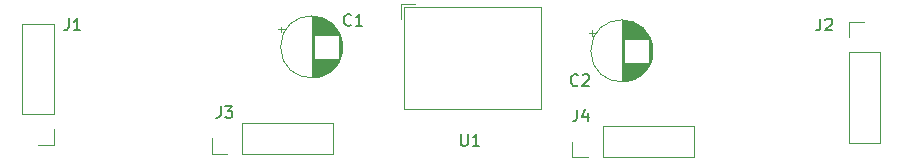
<source format=gbr>
%TF.GenerationSoftware,KiCad,Pcbnew,6.0.2+dfsg-1*%
%TF.CreationDate,2022-06-15T15:21:32+02:00*%
%TF.ProjectId,single_din_bottom,73696e67-6c65-45f6-9469-6e5f626f7474,rev?*%
%TF.SameCoordinates,Original*%
%TF.FileFunction,Legend,Top*%
%TF.FilePolarity,Positive*%
%FSLAX46Y46*%
G04 Gerber Fmt 4.6, Leading zero omitted, Abs format (unit mm)*
G04 Created by KiCad (PCBNEW 6.0.2+dfsg-1) date 2022-06-15 15:21:32*
%MOMM*%
%LPD*%
G01*
G04 APERTURE LIST*
%ADD10C,0.150000*%
%ADD11C,0.120000*%
G04 APERTURE END LIST*
D10*
%TO.C,J2*%
X104060666Y-167473380D02*
X104060666Y-168187666D01*
X104013047Y-168330523D01*
X103917809Y-168425761D01*
X103774952Y-168473380D01*
X103679714Y-168473380D01*
X104489238Y-167568619D02*
X104536857Y-167521000D01*
X104632095Y-167473380D01*
X104870190Y-167473380D01*
X104965428Y-167521000D01*
X105013047Y-167568619D01*
X105060666Y-167663857D01*
X105060666Y-167759095D01*
X105013047Y-167901952D01*
X104441619Y-168473380D01*
X105060666Y-168473380D01*
%TO.C,J1*%
X40416666Y-167452380D02*
X40416666Y-168166666D01*
X40369047Y-168309523D01*
X40273809Y-168404761D01*
X40130952Y-168452380D01*
X40035714Y-168452380D01*
X41416666Y-168452380D02*
X40845238Y-168452380D01*
X41130952Y-168452380D02*
X41130952Y-167452380D01*
X41035714Y-167595238D01*
X40940476Y-167690476D01*
X40845238Y-167738095D01*
%TO.C,J4*%
X83468166Y-175175980D02*
X83468166Y-175890266D01*
X83420547Y-176033123D01*
X83325309Y-176128361D01*
X83182452Y-176175980D01*
X83087214Y-176175980D01*
X84372928Y-175509314D02*
X84372928Y-176175980D01*
X84134833Y-175128361D02*
X83896738Y-175842647D01*
X84515785Y-175842647D01*
%TO.C,U1*%
X73634695Y-177252380D02*
X73634695Y-178061904D01*
X73682314Y-178157142D01*
X73729933Y-178204761D01*
X73825171Y-178252380D01*
X74015647Y-178252380D01*
X74110885Y-178204761D01*
X74158504Y-178157142D01*
X74206123Y-178061904D01*
X74206123Y-177252380D01*
X75206123Y-178252380D02*
X74634695Y-178252380D01*
X74920409Y-178252380D02*
X74920409Y-177252380D01*
X74825171Y-177395238D01*
X74729933Y-177490476D01*
X74634695Y-177538095D01*
%TO.C,J3*%
X53285366Y-174896580D02*
X53285366Y-175610866D01*
X53237747Y-175753723D01*
X53142509Y-175848961D01*
X52999652Y-175896580D01*
X52904414Y-175896580D01*
X53666319Y-174896580D02*
X54285366Y-174896580D01*
X53952033Y-175277533D01*
X54094890Y-175277533D01*
X54190128Y-175325152D01*
X54237747Y-175372771D01*
X54285366Y-175468009D01*
X54285366Y-175706104D01*
X54237747Y-175801342D01*
X54190128Y-175848961D01*
X54094890Y-175896580D01*
X53809176Y-175896580D01*
X53713938Y-175848961D01*
X53666319Y-175801342D01*
%TO.C,C2*%
X83551733Y-173102542D02*
X83504114Y-173150161D01*
X83361257Y-173197780D01*
X83266019Y-173197780D01*
X83123161Y-173150161D01*
X83027923Y-173054923D01*
X82980304Y-172959685D01*
X82932685Y-172769209D01*
X82932685Y-172626352D01*
X82980304Y-172435876D01*
X83027923Y-172340638D01*
X83123161Y-172245400D01*
X83266019Y-172197780D01*
X83361257Y-172197780D01*
X83504114Y-172245400D01*
X83551733Y-172293019D01*
X83932685Y-172293019D02*
X83980304Y-172245400D01*
X84075542Y-172197780D01*
X84313638Y-172197780D01*
X84408876Y-172245400D01*
X84456495Y-172293019D01*
X84504114Y-172388257D01*
X84504114Y-172483495D01*
X84456495Y-172626352D01*
X83885066Y-173197780D01*
X84504114Y-173197780D01*
%TO.C,C1*%
X64349333Y-167997142D02*
X64301714Y-168044761D01*
X64158857Y-168092380D01*
X64063619Y-168092380D01*
X63920761Y-168044761D01*
X63825523Y-167949523D01*
X63777904Y-167854285D01*
X63730285Y-167663809D01*
X63730285Y-167520952D01*
X63777904Y-167330476D01*
X63825523Y-167235238D01*
X63920761Y-167140000D01*
X64063619Y-167092380D01*
X64158857Y-167092380D01*
X64301714Y-167140000D01*
X64349333Y-167187619D01*
X65301714Y-168092380D02*
X64730285Y-168092380D01*
X65016000Y-168092380D02*
X65016000Y-167092380D01*
X64920761Y-167235238D01*
X64825523Y-167330476D01*
X64730285Y-167378095D01*
D11*
%TO.C,J2*%
X106467600Y-167732400D02*
X107797600Y-167732400D01*
X106467600Y-169062400D02*
X106467600Y-167732400D01*
X106467600Y-170332400D02*
X109127600Y-170332400D01*
X109127600Y-170332400D02*
X109127600Y-178012400D01*
X106467600Y-170332400D02*
X106467600Y-178012400D01*
X106467600Y-178012400D02*
X109127600Y-178012400D01*
%TO.C,J1*%
X39150600Y-178190200D02*
X37820600Y-178190200D01*
X39150600Y-176860200D02*
X39150600Y-178190200D01*
X39150600Y-175590200D02*
X36490600Y-175590200D01*
X36490600Y-175590200D02*
X36490600Y-167910200D01*
X39150600Y-175590200D02*
X39150600Y-167910200D01*
X39150600Y-167910200D02*
X36490600Y-167910200D01*
%TO.C,J4*%
X83061500Y-179231600D02*
X83061500Y-177901600D01*
X84391500Y-179231600D02*
X83061500Y-179231600D01*
X85661500Y-179231600D02*
X85661500Y-176571600D01*
X85661500Y-176571600D02*
X93341500Y-176571600D01*
X85661500Y-179231600D02*
X93341500Y-179231600D01*
X93341500Y-179231600D02*
X93341500Y-176571600D01*
%TO.C,U1*%
X68549800Y-166254400D02*
X69789800Y-166254400D01*
X68549800Y-167494400D02*
X68549800Y-166254400D01*
X80409800Y-166494400D02*
X80409800Y-175114400D01*
X68789800Y-166494400D02*
X68789800Y-175114400D01*
X68789800Y-175114400D02*
X80409800Y-175114400D01*
X68789800Y-166494400D02*
X80409800Y-166494400D01*
%TO.C,J3*%
X52530700Y-178952200D02*
X52530700Y-177622200D01*
X53860700Y-178952200D02*
X52530700Y-178952200D01*
X55130700Y-178952200D02*
X55130700Y-176292200D01*
X55130700Y-176292200D02*
X62810700Y-176292200D01*
X55130700Y-178952200D02*
X62810700Y-178952200D01*
X62810700Y-178952200D02*
X62810700Y-176292200D01*
%TO.C,C2*%
X84699625Y-168480400D02*
X84699625Y-168980400D01*
X84449625Y-168730400D02*
X84949625Y-168730400D01*
X89855400Y-169921400D02*
X89855400Y-170489400D01*
X89815400Y-169687400D02*
X89815400Y-170723400D01*
X89775400Y-169528400D02*
X89775400Y-170882400D01*
X89735400Y-169400400D02*
X89735400Y-171010400D01*
X89695400Y-169290400D02*
X89695400Y-171120400D01*
X89655400Y-169194400D02*
X89655400Y-171216400D01*
X89615400Y-169107400D02*
X89615400Y-171303400D01*
X89575400Y-169027400D02*
X89575400Y-171383400D01*
X89535400Y-171245400D02*
X89535400Y-171456400D01*
X89535400Y-168954400D02*
X89535400Y-169165400D01*
X89495400Y-171245400D02*
X89495400Y-171524400D01*
X89495400Y-168886400D02*
X89495400Y-169165400D01*
X89455400Y-171245400D02*
X89455400Y-171588400D01*
X89455400Y-168822400D02*
X89455400Y-169165400D01*
X89415400Y-171245400D02*
X89415400Y-171648400D01*
X89415400Y-168762400D02*
X89415400Y-169165400D01*
X89375400Y-171245400D02*
X89375400Y-171705400D01*
X89375400Y-168705400D02*
X89375400Y-169165400D01*
X89335400Y-171245400D02*
X89335400Y-171759400D01*
X89335400Y-168651400D02*
X89335400Y-169165400D01*
X89295400Y-171245400D02*
X89295400Y-171810400D01*
X89295400Y-168600400D02*
X89295400Y-169165400D01*
X89255400Y-171245400D02*
X89255400Y-171858400D01*
X89255400Y-168552400D02*
X89255400Y-169165400D01*
X89215400Y-171245400D02*
X89215400Y-171904400D01*
X89215400Y-168506400D02*
X89215400Y-169165400D01*
X89175400Y-171245400D02*
X89175400Y-171948400D01*
X89175400Y-168462400D02*
X89175400Y-169165400D01*
X89135400Y-171245400D02*
X89135400Y-171990400D01*
X89135400Y-168420400D02*
X89135400Y-169165400D01*
X89095400Y-171245400D02*
X89095400Y-172031400D01*
X89095400Y-168379400D02*
X89095400Y-169165400D01*
X89055400Y-171245400D02*
X89055400Y-172069400D01*
X89055400Y-168341400D02*
X89055400Y-169165400D01*
X89015400Y-171245400D02*
X89015400Y-172106400D01*
X89015400Y-168304400D02*
X89015400Y-169165400D01*
X88975400Y-171245400D02*
X88975400Y-172142400D01*
X88975400Y-168268400D02*
X88975400Y-169165400D01*
X88935400Y-171245400D02*
X88935400Y-172176400D01*
X88935400Y-168234400D02*
X88935400Y-169165400D01*
X88895400Y-171245400D02*
X88895400Y-172209400D01*
X88895400Y-168201400D02*
X88895400Y-169165400D01*
X88855400Y-171245400D02*
X88855400Y-172240400D01*
X88855400Y-168170400D02*
X88855400Y-169165400D01*
X88815400Y-171245400D02*
X88815400Y-172270400D01*
X88815400Y-168140400D02*
X88815400Y-169165400D01*
X88775400Y-171245400D02*
X88775400Y-172300400D01*
X88775400Y-168110400D02*
X88775400Y-169165400D01*
X88735400Y-171245400D02*
X88735400Y-172327400D01*
X88735400Y-168083400D02*
X88735400Y-169165400D01*
X88695400Y-171245400D02*
X88695400Y-172354400D01*
X88695400Y-168056400D02*
X88695400Y-169165400D01*
X88655400Y-171245400D02*
X88655400Y-172380400D01*
X88655400Y-168030400D02*
X88655400Y-169165400D01*
X88615400Y-171245400D02*
X88615400Y-172405400D01*
X88615400Y-168005400D02*
X88615400Y-169165400D01*
X88575400Y-171245400D02*
X88575400Y-172429400D01*
X88575400Y-167981400D02*
X88575400Y-169165400D01*
X88535400Y-171245400D02*
X88535400Y-172452400D01*
X88535400Y-167958400D02*
X88535400Y-169165400D01*
X88495400Y-171245400D02*
X88495400Y-172473400D01*
X88495400Y-167937400D02*
X88495400Y-169165400D01*
X88455400Y-171245400D02*
X88455400Y-172495400D01*
X88455400Y-167915400D02*
X88455400Y-169165400D01*
X88415400Y-171245400D02*
X88415400Y-172515400D01*
X88415400Y-167895400D02*
X88415400Y-169165400D01*
X88375400Y-171245400D02*
X88375400Y-172534400D01*
X88375400Y-167876400D02*
X88375400Y-169165400D01*
X88335400Y-171245400D02*
X88335400Y-172553400D01*
X88335400Y-167857400D02*
X88335400Y-169165400D01*
X88295400Y-171245400D02*
X88295400Y-172570400D01*
X88295400Y-167840400D02*
X88295400Y-169165400D01*
X88255400Y-171245400D02*
X88255400Y-172587400D01*
X88255400Y-167823400D02*
X88255400Y-169165400D01*
X88215400Y-171245400D02*
X88215400Y-172603400D01*
X88215400Y-167807400D02*
X88215400Y-169165400D01*
X88175400Y-171245400D02*
X88175400Y-172619400D01*
X88175400Y-167791400D02*
X88175400Y-169165400D01*
X88135400Y-171245400D02*
X88135400Y-172633400D01*
X88135400Y-167777400D02*
X88135400Y-169165400D01*
X88095400Y-171245400D02*
X88095400Y-172647400D01*
X88095400Y-167763400D02*
X88095400Y-169165400D01*
X88055400Y-171245400D02*
X88055400Y-172660400D01*
X88055400Y-167750400D02*
X88055400Y-169165400D01*
X88015400Y-171245400D02*
X88015400Y-172673400D01*
X88015400Y-167737400D02*
X88015400Y-169165400D01*
X87975400Y-171245400D02*
X87975400Y-172685400D01*
X87975400Y-167725400D02*
X87975400Y-169165400D01*
X87934400Y-171245400D02*
X87934400Y-172696400D01*
X87934400Y-167714400D02*
X87934400Y-169165400D01*
X87894400Y-171245400D02*
X87894400Y-172706400D01*
X87894400Y-167704400D02*
X87894400Y-169165400D01*
X87854400Y-171245400D02*
X87854400Y-172716400D01*
X87854400Y-167694400D02*
X87854400Y-169165400D01*
X87814400Y-171245400D02*
X87814400Y-172725400D01*
X87814400Y-167685400D02*
X87814400Y-169165400D01*
X87774400Y-171245400D02*
X87774400Y-172733400D01*
X87774400Y-167677400D02*
X87774400Y-169165400D01*
X87734400Y-171245400D02*
X87734400Y-172741400D01*
X87734400Y-167669400D02*
X87734400Y-169165400D01*
X87694400Y-171245400D02*
X87694400Y-172748400D01*
X87694400Y-167662400D02*
X87694400Y-169165400D01*
X87654400Y-171245400D02*
X87654400Y-172755400D01*
X87654400Y-167655400D02*
X87654400Y-169165400D01*
X87614400Y-171245400D02*
X87614400Y-172761400D01*
X87614400Y-167649400D02*
X87614400Y-169165400D01*
X87574400Y-171245400D02*
X87574400Y-172766400D01*
X87574400Y-167644400D02*
X87574400Y-169165400D01*
X87534400Y-171245400D02*
X87534400Y-172770400D01*
X87534400Y-167640400D02*
X87534400Y-169165400D01*
X87494400Y-171245400D02*
X87494400Y-172774400D01*
X87494400Y-167636400D02*
X87494400Y-169165400D01*
X87454400Y-167632400D02*
X87454400Y-172778400D01*
X87414400Y-167629400D02*
X87414400Y-172781400D01*
X87374400Y-167627400D02*
X87374400Y-172783400D01*
X87334400Y-167626400D02*
X87334400Y-172784400D01*
X87294400Y-167625400D02*
X87294400Y-172785400D01*
X87254400Y-167625400D02*
X87254400Y-172785400D01*
X89874400Y-170205400D02*
G75*
G03*
X89874400Y-170205400I-2620000J0D01*
G01*
%TO.C,C1*%
X58436025Y-168150200D02*
X58436025Y-168650200D01*
X58186025Y-168400200D02*
X58686025Y-168400200D01*
X63591800Y-169591200D02*
X63591800Y-170159200D01*
X63551800Y-169357200D02*
X63551800Y-170393200D01*
X63511800Y-169198200D02*
X63511800Y-170552200D01*
X63471800Y-169070200D02*
X63471800Y-170680200D01*
X63431800Y-168960200D02*
X63431800Y-170790200D01*
X63391800Y-168864200D02*
X63391800Y-170886200D01*
X63351800Y-168777200D02*
X63351800Y-170973200D01*
X63311800Y-168697200D02*
X63311800Y-171053200D01*
X63271800Y-170915200D02*
X63271800Y-171126200D01*
X63271800Y-168624200D02*
X63271800Y-168835200D01*
X63231800Y-170915200D02*
X63231800Y-171194200D01*
X63231800Y-168556200D02*
X63231800Y-168835200D01*
X63191800Y-170915200D02*
X63191800Y-171258200D01*
X63191800Y-168492200D02*
X63191800Y-168835200D01*
X63151800Y-170915200D02*
X63151800Y-171318200D01*
X63151800Y-168432200D02*
X63151800Y-168835200D01*
X63111800Y-170915200D02*
X63111800Y-171375200D01*
X63111800Y-168375200D02*
X63111800Y-168835200D01*
X63071800Y-170915200D02*
X63071800Y-171429200D01*
X63071800Y-168321200D02*
X63071800Y-168835200D01*
X63031800Y-170915200D02*
X63031800Y-171480200D01*
X63031800Y-168270200D02*
X63031800Y-168835200D01*
X62991800Y-170915200D02*
X62991800Y-171528200D01*
X62991800Y-168222200D02*
X62991800Y-168835200D01*
X62951800Y-170915200D02*
X62951800Y-171574200D01*
X62951800Y-168176200D02*
X62951800Y-168835200D01*
X62911800Y-170915200D02*
X62911800Y-171618200D01*
X62911800Y-168132200D02*
X62911800Y-168835200D01*
X62871800Y-170915200D02*
X62871800Y-171660200D01*
X62871800Y-168090200D02*
X62871800Y-168835200D01*
X62831800Y-170915200D02*
X62831800Y-171701200D01*
X62831800Y-168049200D02*
X62831800Y-168835200D01*
X62791800Y-170915200D02*
X62791800Y-171739200D01*
X62791800Y-168011200D02*
X62791800Y-168835200D01*
X62751800Y-170915200D02*
X62751800Y-171776200D01*
X62751800Y-167974200D02*
X62751800Y-168835200D01*
X62711800Y-170915200D02*
X62711800Y-171812200D01*
X62711800Y-167938200D02*
X62711800Y-168835200D01*
X62671800Y-170915200D02*
X62671800Y-171846200D01*
X62671800Y-167904200D02*
X62671800Y-168835200D01*
X62631800Y-170915200D02*
X62631800Y-171879200D01*
X62631800Y-167871200D02*
X62631800Y-168835200D01*
X62591800Y-170915200D02*
X62591800Y-171910200D01*
X62591800Y-167840200D02*
X62591800Y-168835200D01*
X62551800Y-170915200D02*
X62551800Y-171940200D01*
X62551800Y-167810200D02*
X62551800Y-168835200D01*
X62511800Y-170915200D02*
X62511800Y-171970200D01*
X62511800Y-167780200D02*
X62511800Y-168835200D01*
X62471800Y-170915200D02*
X62471800Y-171997200D01*
X62471800Y-167753200D02*
X62471800Y-168835200D01*
X62431800Y-170915200D02*
X62431800Y-172024200D01*
X62431800Y-167726200D02*
X62431800Y-168835200D01*
X62391800Y-170915200D02*
X62391800Y-172050200D01*
X62391800Y-167700200D02*
X62391800Y-168835200D01*
X62351800Y-170915200D02*
X62351800Y-172075200D01*
X62351800Y-167675200D02*
X62351800Y-168835200D01*
X62311800Y-170915200D02*
X62311800Y-172099200D01*
X62311800Y-167651200D02*
X62311800Y-168835200D01*
X62271800Y-170915200D02*
X62271800Y-172122200D01*
X62271800Y-167628200D02*
X62271800Y-168835200D01*
X62231800Y-170915200D02*
X62231800Y-172143200D01*
X62231800Y-167607200D02*
X62231800Y-168835200D01*
X62191800Y-170915200D02*
X62191800Y-172165200D01*
X62191800Y-167585200D02*
X62191800Y-168835200D01*
X62151800Y-170915200D02*
X62151800Y-172185200D01*
X62151800Y-167565200D02*
X62151800Y-168835200D01*
X62111800Y-170915200D02*
X62111800Y-172204200D01*
X62111800Y-167546200D02*
X62111800Y-168835200D01*
X62071800Y-170915200D02*
X62071800Y-172223200D01*
X62071800Y-167527200D02*
X62071800Y-168835200D01*
X62031800Y-170915200D02*
X62031800Y-172240200D01*
X62031800Y-167510200D02*
X62031800Y-168835200D01*
X61991800Y-170915200D02*
X61991800Y-172257200D01*
X61991800Y-167493200D02*
X61991800Y-168835200D01*
X61951800Y-170915200D02*
X61951800Y-172273200D01*
X61951800Y-167477200D02*
X61951800Y-168835200D01*
X61911800Y-170915200D02*
X61911800Y-172289200D01*
X61911800Y-167461200D02*
X61911800Y-168835200D01*
X61871800Y-170915200D02*
X61871800Y-172303200D01*
X61871800Y-167447200D02*
X61871800Y-168835200D01*
X61831800Y-170915200D02*
X61831800Y-172317200D01*
X61831800Y-167433200D02*
X61831800Y-168835200D01*
X61791800Y-170915200D02*
X61791800Y-172330200D01*
X61791800Y-167420200D02*
X61791800Y-168835200D01*
X61751800Y-170915200D02*
X61751800Y-172343200D01*
X61751800Y-167407200D02*
X61751800Y-168835200D01*
X61711800Y-170915200D02*
X61711800Y-172355200D01*
X61711800Y-167395200D02*
X61711800Y-168835200D01*
X61670800Y-170915200D02*
X61670800Y-172366200D01*
X61670800Y-167384200D02*
X61670800Y-168835200D01*
X61630800Y-170915200D02*
X61630800Y-172376200D01*
X61630800Y-167374200D02*
X61630800Y-168835200D01*
X61590800Y-170915200D02*
X61590800Y-172386200D01*
X61590800Y-167364200D02*
X61590800Y-168835200D01*
X61550800Y-170915200D02*
X61550800Y-172395200D01*
X61550800Y-167355200D02*
X61550800Y-168835200D01*
X61510800Y-170915200D02*
X61510800Y-172403200D01*
X61510800Y-167347200D02*
X61510800Y-168835200D01*
X61470800Y-170915200D02*
X61470800Y-172411200D01*
X61470800Y-167339200D02*
X61470800Y-168835200D01*
X61430800Y-170915200D02*
X61430800Y-172418200D01*
X61430800Y-167332200D02*
X61430800Y-168835200D01*
X61390800Y-170915200D02*
X61390800Y-172425200D01*
X61390800Y-167325200D02*
X61390800Y-168835200D01*
X61350800Y-170915200D02*
X61350800Y-172431200D01*
X61350800Y-167319200D02*
X61350800Y-168835200D01*
X61310800Y-170915200D02*
X61310800Y-172436200D01*
X61310800Y-167314200D02*
X61310800Y-168835200D01*
X61270800Y-170915200D02*
X61270800Y-172440200D01*
X61270800Y-167310200D02*
X61270800Y-168835200D01*
X61230800Y-170915200D02*
X61230800Y-172444200D01*
X61230800Y-167306200D02*
X61230800Y-168835200D01*
X61190800Y-167302200D02*
X61190800Y-172448200D01*
X61150800Y-167299200D02*
X61150800Y-172451200D01*
X61110800Y-167297200D02*
X61110800Y-172453200D01*
X61070800Y-167296200D02*
X61070800Y-172454200D01*
X61030800Y-167295200D02*
X61030800Y-172455200D01*
X60990800Y-167295200D02*
X60990800Y-172455200D01*
X63610800Y-169875200D02*
G75*
G03*
X63610800Y-169875200I-2620000J0D01*
G01*
%TD*%
M02*

</source>
